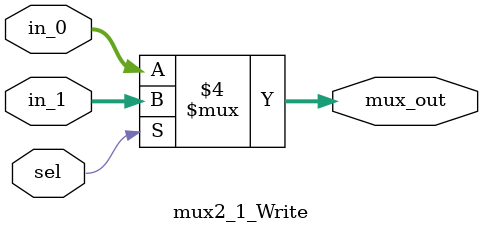
<source format=v>
`timescale 1ns / 1ps


module  mux2_1_Write(
in_0      , // Mux first input
in_1      , // Mux Second input
sel        , // Select input
mux_out      // Mux output
);
//-----------Input Ports---------------
input  sel ;
input [31:0] in_0;
input [31:0] in_1;
//-----------Output Ports---------------
output [31:0] mux_out;
//------------Internal Variables--------
reg [31:0]   mux_out;
//-------------Code Starts Here---------
always @ (sel or in_0 or in_1)
begin : MUX
  if (sel == 0) begin
      mux_out = in_0;
  end else begin
      mux_out = in_1 ;
  end
end

endmodule 
</source>
